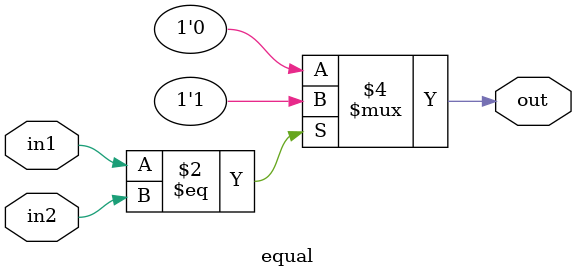
<source format=v>
`define MWRITE 2'b11
`define MREAD 2'b01


module lab7_top(KEY, SW, LEDR, HEX0, HEX1, HEX2, HEX3, HEX4, HEX5);
	input [3:0] KEY;
	input [9:0] SW;
	output [9:0] LEDR;
	output [6:0] HEX0, HEX1, HEX2, HEX3, HEX4, HEX5;
	
	wire clk, reset, s;
	
	assign clk = ~KEY[0];
	assign reset = ~KEY[1]; 
	
	wire [15:0]read_data;
	
	wire N, V, Z, w;
	
	wire [8:0]select_out;
	wire [1:0]mem_cmd;
	
	
	wire [15:0]sximm5;
	wire [15:0]sximm8;
	wire [7:0] PC; // will be change in future
	wire [15:0]mdata; // will be change in future
	
	wire [15:0]write_data;
	
	wire Z_out;	
	
	wire [41:0]from_decoder;
	wire [11:0]from_SM;
	
	wire write;
	
	wire [15:0]dout;
	
	cpu CPU(clk, reset, s, read_data, N, V, Z, w, select_out, mem_cmd, write_data);	
	
	wire write_process_out1;
	wire write_process_out2;
	
	equal #(2) write_process1(`MWRITE, mem_cmd, write_process_out1); //equal
	equal #(1) write_process2(1'b0, select_out[8:8], write_process_out2);
	assign write = write_process_out1 & write_process_out2;
	
	wire dout_process_out1;
	wire dout_process_out2;
	wire after_AND_dout;
	equal #(2) dout1 (`MREAD, mem_cmd, dout_process_out1);
	equal #(1) dout2 (1'b0, select_out[8], dout_process_out2);
	assign 	after_AND_dout = dout_process_out1 & dout_process_out2;
	
	//assign mdata = read_data;
	
	RAM #(16, 8, "figure8.txt") MEM(clk,select_out[7:0],select_out[7:0],write,write_data,dout);
	
	assign read_data = after_AND_dout ? dout : 16'bz;
	
	assign LEDR[9] = w;
	DTCLED one(clk, mem_cmd, select_out, LEDR[7:0], write_data); //control LED
		
	
	
	DTCSWITCH second (mem_cmd, select_out, SW[7:0], read_data); // control Switch
endmodule	


module DTCSWITCH(mem_cmd, mem_addr, dtcswitch_out, read_data);
	input [1:0] mem_cmd;
	input [8:0] mem_addr;
	input [7:0] dtcswitch_out;
	output reg [15:0] read_data;
	reg out;
	
	always@(*) begin
		if((mem_addr == 9'b101000000) & `MREAD == 2'b01)
		out = 1'b1;
		else
		out = 1'b0;
		
	read_data[15:8] = out? 8'b0 : 8'bz;
	read_data[7:0] = out? dtcswitch_out[7:0] : 8'bz;
	end	
endmodule

module DTCLED(clk, mem_cmd, mem_addr, LEDR, write_data);
	input clk;
	input [1:0] mem_cmd;
	input [8:0] mem_addr;
	input [15:0] write_data;
	output reg [7:0] LEDR;
	reg out;
	
	always@(*) begin
		if((`MWRITE == 2'b11) & (9'b100000000== mem_addr))
			out = 1'b1;
		else 
			out = 1'b0;
	end
	
	always@(posedge clk) begin 
		LEDR[7:0] = out ? write_data[7:0] : LEDR[7:0];
	end	
endmodule



module equal(in1, in2, out);
	parameter k=1;	
	input [k-1:0]in1;
	input [k-1:0]in2;
	output reg out;
	
	always@(*) begin 
	if(in1 == in2)
		out = 1;
	else
		out = 0;
	end
endmodule
	
	
	
	
	
	
	
	
	
	
	
	
	
	
	
	
	
	
	
	
	
	
	
	




</source>
